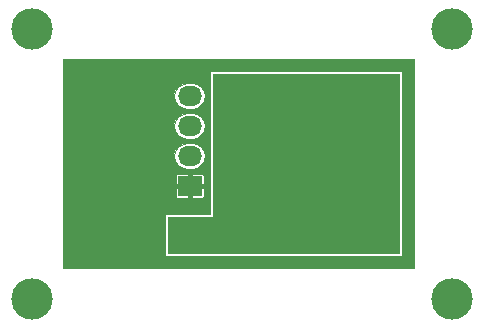
<source format=gbr>
G04 #@! TF.FileFunction,Copper,L2,Bot,Signal*
%FSLAX46Y46*%
G04 Gerber Fmt 4.6, Leading zero omitted, Abs format (unit mm)*
G04 Created by KiCad (PCBNEW 4.0.2+dfsg1-stable) date søn 22 jan 2017 04:54:43 CET*
%MOMM*%
G01*
G04 APERTURE LIST*
%ADD10C,0.100000*%
%ADD11C,3.500000*%
%ADD12R,3.000000X2.000000*%
%ADD13R,2.032000X1.727200*%
%ADD14O,2.032000X1.727200*%
G04 APERTURE END LIST*
D10*
D11*
X72390000Y49530000D03*
X107950000Y26670000D03*
X107950000Y49530000D03*
X72390000Y26670000D03*
D12*
X85852000Y32385000D03*
D13*
X85725000Y36195000D03*
D14*
X85725000Y38735000D03*
X85725000Y41275000D03*
X85725000Y43815000D03*
D10*
G36*
X103455000Y30530000D02*
X83870000Y30530000D01*
X83870000Y33605000D01*
X87630000Y33605000D01*
X87649453Y33608939D01*
X87665840Y33620136D01*
X87676581Y33636827D01*
X87680000Y33655000D01*
X87680000Y45670000D01*
X103455000Y45670000D01*
X103455000Y30530000D01*
X103455000Y30530000D01*
G37*
X103455000Y30530000D02*
X83870000Y30530000D01*
X83870000Y33605000D01*
X87630000Y33605000D01*
X87649453Y33608939D01*
X87665840Y33620136D01*
X87676581Y33636827D01*
X87680000Y33655000D01*
X87680000Y45670000D01*
X103455000Y45670000D01*
X103455000Y30530000D01*
G36*
X104725000Y29260000D02*
X74980000Y29260000D01*
X74980000Y33782000D01*
X83643000Y33782000D01*
X83643000Y30353000D01*
X83646939Y30333547D01*
X83658136Y30317160D01*
X83674827Y30306419D01*
X83693000Y30303000D01*
X103632000Y30303000D01*
X103651453Y30306939D01*
X103667840Y30318136D01*
X103678581Y30334827D01*
X103682000Y30353000D01*
X103682000Y45847000D01*
X103678061Y45866453D01*
X103666864Y45882840D01*
X103650173Y45893581D01*
X103632000Y45897000D01*
X87503000Y45897000D01*
X87483547Y45893061D01*
X87467160Y45881864D01*
X87456419Y45865173D01*
X87453000Y45847000D01*
X87453000Y33832000D01*
X83693000Y33832000D01*
X83673547Y33828061D01*
X83657160Y33816864D01*
X83646419Y33800173D01*
X83643000Y33782000D01*
X74980000Y33782000D01*
X74980000Y36001500D01*
X84551000Y36001500D01*
X84551000Y35299972D01*
X84575054Y35241900D01*
X84619500Y35197454D01*
X84677572Y35173400D01*
X85531500Y35173400D01*
X85571000Y35212900D01*
X85571000Y36041000D01*
X85879000Y36041000D01*
X85879000Y35212900D01*
X85918500Y35173400D01*
X86772428Y35173400D01*
X86830500Y35197454D01*
X86874946Y35241900D01*
X86899000Y35299972D01*
X86899000Y36001500D01*
X86859500Y36041000D01*
X85879000Y36041000D01*
X85571000Y36041000D01*
X84590500Y36041000D01*
X84551000Y36001500D01*
X74980000Y36001500D01*
X74980000Y37090028D01*
X84551000Y37090028D01*
X84551000Y36388500D01*
X84590500Y36349000D01*
X85571000Y36349000D01*
X85571000Y37177100D01*
X85879000Y37177100D01*
X85879000Y36349000D01*
X86859500Y36349000D01*
X86899000Y36388500D01*
X86899000Y37090028D01*
X86874946Y37148100D01*
X86830500Y37192546D01*
X86772428Y37216600D01*
X85918500Y37216600D01*
X85879000Y37177100D01*
X85571000Y37177100D01*
X85531500Y37216600D01*
X84677572Y37216600D01*
X84619500Y37192546D01*
X84575054Y37148100D01*
X84551000Y37090028D01*
X74980000Y37090028D01*
X74980000Y38735000D01*
X84434198Y38735000D01*
X84518966Y38308844D01*
X84760364Y37947566D01*
X85121642Y37706168D01*
X85547798Y37621400D01*
X85902202Y37621400D01*
X86328358Y37706168D01*
X86689636Y37947566D01*
X86931034Y38308844D01*
X87015802Y38735000D01*
X86931034Y39161156D01*
X86689636Y39522434D01*
X86328358Y39763832D01*
X85902202Y39848600D01*
X85547798Y39848600D01*
X85121642Y39763832D01*
X84760364Y39522434D01*
X84518966Y39161156D01*
X84434198Y38735000D01*
X74980000Y38735000D01*
X74980000Y41275000D01*
X84434198Y41275000D01*
X84518966Y40848844D01*
X84760364Y40487566D01*
X85121642Y40246168D01*
X85547798Y40161400D01*
X85902202Y40161400D01*
X86328358Y40246168D01*
X86689636Y40487566D01*
X86931034Y40848844D01*
X87015802Y41275000D01*
X86931034Y41701156D01*
X86689636Y42062434D01*
X86328358Y42303832D01*
X85902202Y42388600D01*
X85547798Y42388600D01*
X85121642Y42303832D01*
X84760364Y42062434D01*
X84518966Y41701156D01*
X84434198Y41275000D01*
X74980000Y41275000D01*
X74980000Y43815000D01*
X84434198Y43815000D01*
X84518966Y43388844D01*
X84760364Y43027566D01*
X85121642Y42786168D01*
X85547798Y42701400D01*
X85902202Y42701400D01*
X86328358Y42786168D01*
X86689636Y43027566D01*
X86931034Y43388844D01*
X87015802Y43815000D01*
X86931034Y44241156D01*
X86689636Y44602434D01*
X86328358Y44843832D01*
X85902202Y44928600D01*
X85547798Y44928600D01*
X85121642Y44843832D01*
X84760364Y44602434D01*
X84518966Y44241156D01*
X84434198Y43815000D01*
X74980000Y43815000D01*
X74980000Y46940000D01*
X104725000Y46940000D01*
X104725000Y29260000D01*
X104725000Y29260000D01*
G37*
X104725000Y29260000D02*
X74980000Y29260000D01*
X74980000Y33782000D01*
X83643000Y33782000D01*
X83643000Y30353000D01*
X83646939Y30333547D01*
X83658136Y30317160D01*
X83674827Y30306419D01*
X83693000Y30303000D01*
X103632000Y30303000D01*
X103651453Y30306939D01*
X103667840Y30318136D01*
X103678581Y30334827D01*
X103682000Y30353000D01*
X103682000Y45847000D01*
X103678061Y45866453D01*
X103666864Y45882840D01*
X103650173Y45893581D01*
X103632000Y45897000D01*
X87503000Y45897000D01*
X87483547Y45893061D01*
X87467160Y45881864D01*
X87456419Y45865173D01*
X87453000Y45847000D01*
X87453000Y33832000D01*
X83693000Y33832000D01*
X83673547Y33828061D01*
X83657160Y33816864D01*
X83646419Y33800173D01*
X83643000Y33782000D01*
X74980000Y33782000D01*
X74980000Y36001500D01*
X84551000Y36001500D01*
X84551000Y35299972D01*
X84575054Y35241900D01*
X84619500Y35197454D01*
X84677572Y35173400D01*
X85531500Y35173400D01*
X85571000Y35212900D01*
X85571000Y36041000D01*
X85879000Y36041000D01*
X85879000Y35212900D01*
X85918500Y35173400D01*
X86772428Y35173400D01*
X86830500Y35197454D01*
X86874946Y35241900D01*
X86899000Y35299972D01*
X86899000Y36001500D01*
X86859500Y36041000D01*
X85879000Y36041000D01*
X85571000Y36041000D01*
X84590500Y36041000D01*
X84551000Y36001500D01*
X74980000Y36001500D01*
X74980000Y37090028D01*
X84551000Y37090028D01*
X84551000Y36388500D01*
X84590500Y36349000D01*
X85571000Y36349000D01*
X85571000Y37177100D01*
X85879000Y37177100D01*
X85879000Y36349000D01*
X86859500Y36349000D01*
X86899000Y36388500D01*
X86899000Y37090028D01*
X86874946Y37148100D01*
X86830500Y37192546D01*
X86772428Y37216600D01*
X85918500Y37216600D01*
X85879000Y37177100D01*
X85571000Y37177100D01*
X85531500Y37216600D01*
X84677572Y37216600D01*
X84619500Y37192546D01*
X84575054Y37148100D01*
X84551000Y37090028D01*
X74980000Y37090028D01*
X74980000Y38735000D01*
X84434198Y38735000D01*
X84518966Y38308844D01*
X84760364Y37947566D01*
X85121642Y37706168D01*
X85547798Y37621400D01*
X85902202Y37621400D01*
X86328358Y37706168D01*
X86689636Y37947566D01*
X86931034Y38308844D01*
X87015802Y38735000D01*
X86931034Y39161156D01*
X86689636Y39522434D01*
X86328358Y39763832D01*
X85902202Y39848600D01*
X85547798Y39848600D01*
X85121642Y39763832D01*
X84760364Y39522434D01*
X84518966Y39161156D01*
X84434198Y38735000D01*
X74980000Y38735000D01*
X74980000Y41275000D01*
X84434198Y41275000D01*
X84518966Y40848844D01*
X84760364Y40487566D01*
X85121642Y40246168D01*
X85547798Y40161400D01*
X85902202Y40161400D01*
X86328358Y40246168D01*
X86689636Y40487566D01*
X86931034Y40848844D01*
X87015802Y41275000D01*
X86931034Y41701156D01*
X86689636Y42062434D01*
X86328358Y42303832D01*
X85902202Y42388600D01*
X85547798Y42388600D01*
X85121642Y42303832D01*
X84760364Y42062434D01*
X84518966Y41701156D01*
X84434198Y41275000D01*
X74980000Y41275000D01*
X74980000Y43815000D01*
X84434198Y43815000D01*
X84518966Y43388844D01*
X84760364Y43027566D01*
X85121642Y42786168D01*
X85547798Y42701400D01*
X85902202Y42701400D01*
X86328358Y42786168D01*
X86689636Y43027566D01*
X86931034Y43388844D01*
X87015802Y43815000D01*
X86931034Y44241156D01*
X86689636Y44602434D01*
X86328358Y44843832D01*
X85902202Y44928600D01*
X85547798Y44928600D01*
X85121642Y44843832D01*
X84760364Y44602434D01*
X84518966Y44241156D01*
X84434198Y43815000D01*
X74980000Y43815000D01*
X74980000Y46940000D01*
X104725000Y46940000D01*
X104725000Y29260000D01*
M02*

</source>
